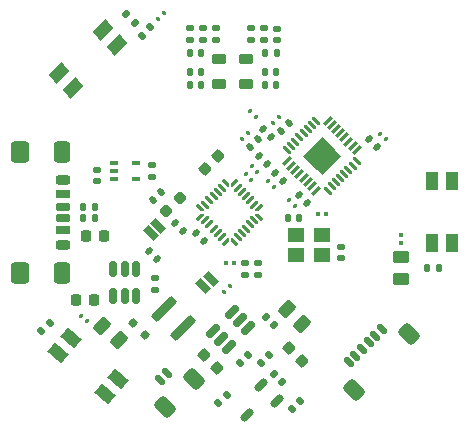
<source format=gbp>
%TF.GenerationSoftware,KiCad,Pcbnew,7.0.10-7.0.10~ubuntu22.04.1*%
%TF.CreationDate,2024-04-10T21:13:45+02:00*%
%TF.ProjectId,STM32_watch_NFC,53544d33-325f-4776-9174-63685f4e4643,rev?*%
%TF.SameCoordinates,Original*%
%TF.FileFunction,Paste,Bot*%
%TF.FilePolarity,Positive*%
%FSLAX46Y46*%
G04 Gerber Fmt 4.6, Leading zero omitted, Abs format (unit mm)*
G04 Created by KiCad (PCBNEW 7.0.10-7.0.10~ubuntu22.04.1) date 2024-04-10 21:13:45*
%MOMM*%
%LPD*%
G01*
G04 APERTURE LIST*
G04 Aperture macros list*
%AMRoundRect*
0 Rectangle with rounded corners*
0 $1 Rounding radius*
0 $2 $3 $4 $5 $6 $7 $8 $9 X,Y pos of 4 corners*
0 Add a 4 corners polygon primitive as box body*
4,1,4,$2,$3,$4,$5,$6,$7,$8,$9,$2,$3,0*
0 Add four circle primitives for the rounded corners*
1,1,$1+$1,$2,$3*
1,1,$1+$1,$4,$5*
1,1,$1+$1,$6,$7*
1,1,$1+$1,$8,$9*
0 Add four rect primitives between the rounded corners*
20,1,$1+$1,$2,$3,$4,$5,0*
20,1,$1+$1,$4,$5,$6,$7,0*
20,1,$1+$1,$6,$7,$8,$9,0*
20,1,$1+$1,$8,$9,$2,$3,0*%
%AMRotRect*
0 Rectangle, with rotation*
0 The origin of the aperture is its center*
0 $1 length*
0 $2 width*
0 $3 Rotation angle, in degrees counterclockwise*
0 Add horizontal line*
21,1,$1,$2,0,0,$3*%
%AMFreePoly0*
4,1,14,0.364320,0.111820,0.377500,0.080000,0.377501,0.053640,0.364318,0.021819,0.230680,-0.111820,0.198860,-0.125000,-0.332500,-0.125000,-0.364320,-0.111820,-0.377500,-0.080000,-0.377500,0.080000,-0.364320,0.111820,-0.332500,0.125000,0.332500,0.125000,0.364320,0.111820,0.364320,0.111820,$1*%
%AMFreePoly1*
4,1,14,0.230680,0.111820,0.364320,-0.021821,0.377500,-0.053642,0.377500,-0.080000,0.364320,-0.111820,0.332500,-0.125000,-0.332500,-0.125000,-0.364320,-0.111820,-0.377500,-0.080000,-0.377500,0.080000,-0.364320,0.111820,-0.332500,0.125000,0.198860,0.125000,0.230680,0.111820,0.230680,0.111820,$1*%
%AMFreePoly2*
4,1,14,0.111820,0.364320,0.125000,0.332500,0.125000,-0.332500,0.111820,-0.364320,0.080000,-0.377500,0.053640,-0.377501,0.021819,-0.364318,-0.111820,-0.230680,-0.125000,-0.198860,-0.125000,0.332500,-0.111820,0.364320,-0.080000,0.377500,0.080000,0.377500,0.111820,0.364320,0.111820,0.364320,$1*%
%AMFreePoly3*
4,1,14,0.111820,0.364320,0.125000,0.332500,0.125001,-0.198860,0.111818,-0.230680,-0.021820,-0.364320,-0.053640,-0.377500,-0.080000,-0.377500,-0.111820,-0.364320,-0.125000,-0.332500,-0.125000,0.332500,-0.111820,0.364320,-0.080000,0.377500,0.080000,0.377500,0.111820,0.364320,0.111820,0.364320,$1*%
%AMFreePoly4*
4,1,15,-0.198858,0.125000,0.332500,0.125000,0.364320,0.111820,0.377500,0.080000,0.377500,-0.080000,0.364320,-0.111820,0.332500,-0.125000,-0.332500,-0.125000,-0.364320,-0.111820,-0.377500,-0.080000,-0.377500,-0.053640,-0.364320,-0.021820,-0.230680,0.111820,-0.198860,0.125001,-0.198858,0.125000,-0.198858,0.125000,$1*%
%AMFreePoly5*
4,1,14,0.364320,0.111820,0.377500,0.080000,0.377500,-0.080000,0.364320,-0.111820,0.332500,-0.125000,-0.198860,-0.125001,-0.230680,-0.111818,-0.364320,0.021820,-0.377500,0.053640,-0.377500,0.080000,-0.364320,0.111820,-0.332500,0.125000,0.332500,0.125000,0.364320,0.111820,0.364320,0.111820,$1*%
%AMFreePoly6*
4,1,14,-0.021820,0.364320,0.111820,0.230679,0.125001,0.198860,0.125000,-0.332500,0.111820,-0.364320,0.080000,-0.377500,-0.080000,-0.377500,-0.111820,-0.364320,-0.125000,-0.332500,-0.125000,0.332500,-0.111820,0.364320,-0.080000,0.377500,-0.053640,0.377500,-0.021820,0.364320,-0.021820,0.364320,$1*%
%AMFreePoly7*
4,1,15,0.053642,0.377500,0.080000,0.377500,0.111820,0.364320,0.125000,0.332500,0.125000,-0.332500,0.111820,-0.364320,0.080000,-0.377500,-0.080000,-0.377500,-0.111820,-0.364320,-0.125000,-0.332500,-0.125000,0.198860,-0.111820,0.230680,0.021820,0.364320,0.053640,0.377501,0.053642,0.377500,0.053642,0.377500,$1*%
G04 Aperture macros list end*
%ADD10C,0.010000*%
%ADD11RoundRect,0.187500X0.618718X0.883883X-0.883883X-0.618718X-0.618718X-0.883883X0.883883X0.618718X0*%
%ADD12RoundRect,0.007800X-0.205061X-0.377878X0.377878X0.205061X0.205061X0.377878X-0.377878X-0.205061X0*%
%ADD13RoundRect,0.026000X0.205061X-0.352139X0.352139X-0.205061X-0.205061X0.352139X-0.352139X0.205061X0*%
%ADD14RoundRect,0.079500X-0.079500X-0.100500X0.079500X-0.100500X0.079500X0.100500X-0.079500X0.100500X0*%
%ADD15RoundRect,0.218750X0.381250X-0.218750X0.381250X0.218750X-0.381250X0.218750X-0.381250X-0.218750X0*%
%ADD16RoundRect,0.135000X0.226274X0.035355X0.035355X0.226274X-0.226274X-0.035355X-0.035355X-0.226274X0*%
%ADD17RoundRect,0.125000X-0.176777X0.353553X-0.353553X0.176777X0.176777X-0.353553X0.353553X-0.176777X0*%
%ADD18RoundRect,0.250000X-0.176777X0.671751X-0.671751X0.176777X0.176777X-0.671751X0.671751X-0.176777X0*%
%ADD19RoundRect,0.140000X0.140000X0.170000X-0.140000X0.170000X-0.140000X-0.170000X0.140000X-0.170000X0*%
%ADD20RoundRect,0.150000X0.150000X-0.512500X0.150000X0.512500X-0.150000X0.512500X-0.150000X-0.512500X0*%
%ADD21RoundRect,0.140000X-0.140000X-0.170000X0.140000X-0.170000X0.140000X0.170000X-0.140000X0.170000X0*%
%ADD22RoundRect,0.140000X-0.170000X0.140000X-0.170000X-0.140000X0.170000X-0.140000X0.170000X0.140000X0*%
%ADD23RoundRect,0.079500X0.127279X0.014849X0.014849X0.127279X-0.127279X-0.014849X-0.014849X-0.127279X0*%
%ADD24RotRect,1.550000X1.000000X44.000000*%
%ADD25RoundRect,0.140000X0.219203X0.021213X0.021213X0.219203X-0.219203X-0.021213X-0.021213X-0.219203X0*%
%ADD26RoundRect,0.135000X-0.226274X-0.035355X-0.035355X-0.226274X0.226274X0.035355X0.035355X0.226274X0*%
%ADD27RoundRect,0.225000X-0.225000X-0.250000X0.225000X-0.250000X0.225000X0.250000X-0.225000X0.250000X0*%
%ADD28RoundRect,0.250000X0.503814X0.132583X0.132583X0.503814X-0.503814X-0.132583X-0.132583X-0.503814X0*%
%ADD29RoundRect,0.225000X-0.335876X-0.017678X-0.017678X-0.335876X0.335876X0.017678X0.017678X0.335876X0*%
%ADD30RoundRect,0.135000X-0.185000X0.135000X-0.185000X-0.135000X0.185000X-0.135000X0.185000X0.135000X0*%
%ADD31RoundRect,0.140000X0.170000X-0.140000X0.170000X0.140000X-0.170000X0.140000X-0.170000X-0.140000X0*%
%ADD32RoundRect,0.225000X-0.017678X0.335876X-0.335876X0.017678X0.017678X-0.335876X0.335876X-0.017678X0*%
%ADD33RoundRect,0.140000X-0.219203X-0.021213X-0.021213X-0.219203X0.219203X0.021213X0.021213X0.219203X0*%
%ADD34FreePoly0,45.000000*%
%ADD35RoundRect,0.062500X-0.220971X-0.309359X0.309359X0.220971X0.220971X0.309359X-0.309359X-0.220971X0*%
%ADD36FreePoly1,45.000000*%
%ADD37FreePoly2,45.000000*%
%ADD38RoundRect,0.062500X0.220971X-0.309359X0.309359X-0.220971X-0.220971X0.309359X-0.309359X0.220971X0*%
%ADD39FreePoly3,45.000000*%
%ADD40FreePoly4,45.000000*%
%ADD41FreePoly5,45.000000*%
%ADD42FreePoly6,45.000000*%
%ADD43FreePoly7,45.000000*%
%ADD44RoundRect,0.218750X-0.381250X0.218750X-0.381250X-0.218750X0.381250X-0.218750X0.381250X0.218750X0*%
%ADD45RoundRect,0.175000X0.425000X-0.175000X0.425000X0.175000X-0.425000X0.175000X-0.425000X-0.175000X0*%
%ADD46RoundRect,0.190000X-0.410000X0.190000X-0.410000X-0.190000X0.410000X-0.190000X0.410000X0.190000X0*%
%ADD47RoundRect,0.200000X-0.400000X0.200000X-0.400000X-0.200000X0.400000X-0.200000X0.400000X0.200000X0*%
%ADD48RoundRect,0.175000X-0.425000X0.175000X-0.425000X-0.175000X0.425000X-0.175000X0.425000X0.175000X0*%
%ADD49RoundRect,0.190000X0.410000X-0.190000X0.410000X0.190000X-0.410000X0.190000X-0.410000X-0.190000X0*%
%ADD50RoundRect,0.200000X0.400000X-0.200000X0.400000X0.200000X-0.400000X0.200000X-0.400000X-0.200000X0*%
%ADD51RoundRect,0.250000X0.500000X-0.650000X0.500000X0.650000X-0.500000X0.650000X-0.500000X-0.650000X0*%
%ADD52RoundRect,0.250000X0.425000X-0.650000X0.425000X0.650000X-0.425000X0.650000X-0.425000X-0.650000X0*%
%ADD53RoundRect,0.140000X-0.021213X0.219203X-0.219203X0.021213X0.021213X-0.219203X0.219203X-0.021213X0*%
%ADD54RoundRect,0.079500X-0.014849X0.127279X-0.127279X0.014849X0.014849X-0.127279X0.127279X-0.014849X0*%
%ADD55RoundRect,0.135000X-0.035355X0.226274X-0.226274X0.035355X0.035355X-0.226274X0.226274X-0.035355X0*%
%ADD56RoundRect,0.135000X0.135000X0.185000X-0.135000X0.185000X-0.135000X-0.185000X0.135000X-0.185000X0*%
%ADD57RoundRect,0.135000X0.035355X-0.226274X0.226274X-0.035355X-0.035355X0.226274X-0.226274X0.035355X0*%
%ADD58RoundRect,0.079500X0.014849X-0.127279X0.127279X-0.014849X-0.014849X0.127279X-0.127279X0.014849X0*%
%ADD59RoundRect,0.250000X-0.450000X0.262500X-0.450000X-0.262500X0.450000X-0.262500X0.450000X0.262500X0*%
%ADD60RotRect,1.550000X1.000000X139.000000*%
%ADD61RoundRect,0.150000X0.256326X0.468458X-0.468458X-0.256326X-0.256326X-0.468458X0.468458X0.256326X0*%
%ADD62RoundRect,0.162500X0.201525X0.431335X-0.431335X-0.201525X-0.201525X-0.431335X0.431335X0.201525X0*%
%ADD63RoundRect,0.225000X0.225000X0.250000X-0.225000X0.250000X-0.225000X-0.250000X0.225000X-0.250000X0*%
%ADD64R,1.400000X1.200000*%
%ADD65RoundRect,0.225000X0.335876X0.017678X0.017678X0.335876X-0.335876X-0.017678X-0.017678X-0.335876X0*%
%ADD66RoundRect,0.079500X-0.125933X-0.023692X-0.005935X-0.128005X0.125933X0.023692X0.005935X0.128005X0*%
%ADD67RoundRect,0.079500X-0.127279X-0.014849X-0.014849X-0.127279X0.127279X0.014849X0.014849X0.127279X0*%
%ADD68RoundRect,0.250000X-0.493338X-0.167404X-0.097115X-0.511835X0.493338X0.167404X0.097115X0.511835X0*%
%ADD69RoundRect,0.135000X-0.135000X-0.185000X0.135000X-0.185000X0.135000X0.185000X-0.135000X0.185000X0*%
%ADD70R,1.000000X1.550000*%
%ADD71RoundRect,0.140000X0.021213X-0.219203X0.219203X-0.021213X-0.021213X0.219203X-0.219203X0.021213X0*%
%ADD72RoundRect,0.100000X-0.225000X-0.100000X0.225000X-0.100000X0.225000X0.100000X-0.225000X0.100000X0*%
%ADD73RotRect,1.200000X0.600000X135.000000*%
%ADD74RoundRect,0.150000X0.247487X0.035355X0.035355X0.247487X-0.247487X-0.035355X-0.035355X-0.247487X0*%
%ADD75RoundRect,0.218750X0.026517X-0.335876X0.335876X-0.026517X-0.026517X0.335876X-0.335876X0.026517X0*%
%ADD76RoundRect,0.079500X-0.100500X0.079500X-0.100500X-0.079500X0.100500X-0.079500X0.100500X0.079500X0*%
G04 APERTURE END LIST*
%TO.C,U3*%
D10*
X157869777Y-100200000D02*
X156300000Y-101769777D01*
X154730223Y-100200000D01*
X156300000Y-98630223D01*
X157869777Y-100200000D01*
G36*
X157869777Y-100200000D02*
G01*
X156300000Y-101769777D01*
X154730223Y-100200000D01*
X156300000Y-98630223D01*
X157869777Y-100200000D01*
G37*
%TD*%
D11*
%TO.C,L1*%
X144520495Y-114795495D03*
X142929505Y-113204505D03*
%TD*%
D12*
%TO.C,U3*%
X155815632Y-103159242D03*
X155462078Y-102805688D03*
X155108525Y-102452135D03*
X154754972Y-102098582D03*
X154401418Y-101745028D03*
X154047865Y-101391475D03*
X153694312Y-101037922D03*
X153340758Y-100684368D03*
D13*
X153340758Y-99715632D03*
X153694312Y-99362078D03*
X154047865Y-99008525D03*
X154401418Y-98654972D03*
X154754972Y-98301418D03*
X155108525Y-97947865D03*
X155462078Y-97594312D03*
X155815632Y-97240758D03*
D12*
X156784368Y-97240758D03*
X157137922Y-97594312D03*
X157491475Y-97947865D03*
X157845028Y-98301418D03*
X158198582Y-98654972D03*
X158552135Y-99008525D03*
X158905688Y-99362078D03*
X159259242Y-99715632D03*
D13*
X159259242Y-100684368D03*
X158905688Y-101037922D03*
X158552135Y-101391475D03*
X158198582Y-101745028D03*
X157845028Y-102098582D03*
X157491475Y-102452135D03*
X157137922Y-102805688D03*
X156784368Y-103159242D03*
%TD*%
D14*
%TO.C,C31*%
X155955000Y-105100000D03*
X156645000Y-105100000D03*
%TD*%
D15*
%TO.C,L2*%
X149900000Y-94125000D03*
X149900000Y-92000000D03*
%TD*%
D16*
%TO.C,R9*%
X152260624Y-114560624D03*
X151539376Y-113839376D03*
%TD*%
D17*
%TO.C,Li-po1*%
X143169670Y-118603984D03*
X142603984Y-119169670D03*
D18*
X145467767Y-119063604D03*
X143063604Y-121467767D03*
%TD*%
D19*
%TO.C,C54*%
X152460000Y-93100000D03*
X151500000Y-93100000D03*
%TD*%
D20*
%TO.C,ME4055A1*%
X140550000Y-112037500D03*
X139600000Y-112037500D03*
X138650000Y-112037500D03*
X138650000Y-109762500D03*
X139600000Y-109762500D03*
X140550000Y-109762500D03*
%TD*%
D21*
%TO.C,C49*%
X153420000Y-105500000D03*
X154380000Y-105500000D03*
%TD*%
D22*
%TO.C,C10*%
X137300000Y-101400000D03*
X137300000Y-102360000D03*
%TD*%
D23*
%TO.C,C1*%
X150343952Y-102243952D03*
X149856048Y-101756048D03*
%TD*%
D24*
%TO.C,SW3*%
X137797807Y-89565083D03*
X134021273Y-93212039D03*
X138978727Y-90787961D03*
X135202193Y-94434917D03*
%TD*%
D25*
%TO.C,C37*%
X153039411Y-102339411D03*
X152360589Y-101660589D03*
%TD*%
D14*
%TO.C,C2*%
X148155000Y-109250000D03*
X148845000Y-109250000D03*
%TD*%
D25*
%TO.C,C35*%
X155078822Y-104178822D03*
X154400000Y-103500000D03*
%TD*%
D26*
%TO.C,R11*%
X139739376Y-88239376D03*
X140460624Y-88960624D03*
%TD*%
D27*
%TO.C,C24*%
X136325000Y-107000000D03*
X137875000Y-107000000D03*
%TD*%
D25*
%TO.C,C8*%
X142339411Y-108939411D03*
X141660589Y-108260589D03*
%TD*%
D28*
%TO.C,R8*%
X154645235Y-114445235D03*
X153354765Y-113154765D03*
%TD*%
D29*
%TO.C,C26*%
X146351992Y-117051992D03*
X147448008Y-118148008D03*
%TD*%
D30*
%TO.C,R3*%
X150900000Y-109290000D03*
X150900000Y-110310000D03*
%TD*%
D31*
%TO.C,C51*%
X147300000Y-90380000D03*
X147300000Y-89420000D03*
%TD*%
D32*
%TO.C,C4*%
X147548008Y-100251992D03*
X146451992Y-101348008D03*
%TD*%
D33*
%TO.C,C45*%
X150960589Y-100260589D03*
X151639411Y-100939411D03*
%TD*%
D34*
%TO.C,U1*%
X148148214Y-107473106D03*
D35*
X147837087Y-107077126D03*
X147483534Y-106723573D03*
X147129981Y-106370019D03*
X146776427Y-106016466D03*
X146422874Y-105662913D03*
D36*
X146026894Y-105351786D03*
D37*
X146026894Y-104648214D03*
D38*
X146422874Y-104337087D03*
X146776427Y-103983534D03*
X147129981Y-103629981D03*
X147483534Y-103276427D03*
X147837087Y-102922874D03*
D39*
X148148214Y-102526894D03*
D40*
X148851786Y-102526894D03*
D35*
X149162913Y-102922874D03*
X149516466Y-103276427D03*
X149870019Y-103629981D03*
X150223573Y-103983534D03*
X150577126Y-104337087D03*
D41*
X150973106Y-104648214D03*
D42*
X150973106Y-105351786D03*
D38*
X150577126Y-105662913D03*
X150223573Y-106016466D03*
X149870019Y-106370019D03*
X149516466Y-106723573D03*
X149162913Y-107077126D03*
D43*
X148851786Y-107473106D03*
%TD*%
D44*
%TO.C,L3*%
X147600000Y-91975000D03*
X147600000Y-94100000D03*
%TD*%
D45*
%TO.C,J2*%
X134385000Y-105500000D03*
D46*
X134385000Y-103480000D03*
D47*
X134385000Y-102250000D03*
D48*
X134385000Y-104500000D03*
D49*
X134385000Y-106520000D03*
D50*
X134385000Y-107750000D03*
D51*
X130750000Y-110125000D03*
D52*
X134330000Y-110125000D03*
D51*
X130750000Y-99875000D03*
D52*
X134330000Y-99875000D03*
%TD*%
D21*
%TO.C,C57*%
X145120000Y-91500000D03*
X146080000Y-91500000D03*
%TD*%
%TO.C,C52*%
X151500000Y-94200000D03*
X152460000Y-94200000D03*
%TD*%
D53*
%TO.C,C39*%
X153500000Y-97400000D03*
X152821178Y-98078822D03*
%TD*%
D54*
%TO.C,C28*%
X142943952Y-88156048D03*
X142456048Y-88643952D03*
%TD*%
D16*
%TO.C,R1*%
X152960624Y-119360624D03*
X152239376Y-118639376D03*
%TD*%
D54*
%TO.C,C7*%
X148543952Y-111256048D03*
X148056048Y-111743952D03*
%TD*%
D31*
%TO.C,C58*%
X145100000Y-90380000D03*
X145100000Y-89420000D03*
%TD*%
D23*
%TO.C,C42*%
X150743952Y-96943952D03*
X150256048Y-96456048D03*
%TD*%
D22*
%TO.C,C48*%
X157900000Y-107920000D03*
X157900000Y-108880000D03*
%TD*%
D55*
%TO.C,R10*%
X141760624Y-89339376D03*
X141039376Y-90060624D03*
%TD*%
D56*
%TO.C,R15*%
X166210000Y-109700000D03*
X165190000Y-109700000D03*
%TD*%
D23*
%TO.C,C44*%
X150843952Y-101543952D03*
X150356048Y-101056048D03*
%TD*%
D57*
%TO.C,R13*%
X132539376Y-115060624D03*
X133260624Y-114339376D03*
%TD*%
D25*
%TO.C,C46*%
X161000000Y-99500000D03*
X160321178Y-98821178D03*
%TD*%
D33*
%TO.C,C43*%
X151360589Y-97960589D03*
X152039411Y-98639411D03*
%TD*%
D25*
%TO.C,C9*%
X144539411Y-106539411D03*
X143860589Y-105860589D03*
%TD*%
D31*
%TO.C,C60*%
X151400000Y-90380000D03*
X151400000Y-89420000D03*
%TD*%
D17*
%TO.C,J1*%
X161401041Y-114872614D03*
X160835355Y-115438299D03*
X160269670Y-116003984D03*
X159703984Y-116569670D03*
X159138299Y-117135355D03*
X158572614Y-117701041D03*
D18*
X163699138Y-115332233D03*
X159032233Y-119999138D03*
%TD*%
D58*
%TO.C,C38*%
X152156048Y-97443952D03*
X152643952Y-96956048D03*
%TD*%
D59*
%TO.C,R14*%
X163000000Y-108787500D03*
X163000000Y-110612500D03*
%TD*%
D22*
%TO.C,C6*%
X149800000Y-109320000D03*
X149800000Y-110280000D03*
%TD*%
D60*
%TO.C,SW1*%
X133961237Y-116919348D03*
X137923462Y-120363658D03*
X135076538Y-115636342D03*
X139038763Y-119080652D03*
%TD*%
D61*
%TO.C,U4*%
X148732583Y-113423915D03*
X149404334Y-114095666D03*
X150076085Y-114767417D03*
X148467417Y-116376085D03*
X147795666Y-115704334D03*
X147123915Y-115032583D03*
%TD*%
D57*
%TO.C,R17*%
X151139376Y-117760624D03*
X151860624Y-117039376D03*
%TD*%
D62*
%TO.C,Q1*%
X151154558Y-119601939D03*
X152498061Y-120945442D03*
X149973690Y-122126310D03*
%TD*%
D22*
%TO.C,C11*%
X141900000Y-101000000D03*
X141900000Y-101960000D03*
%TD*%
D19*
%TO.C,C55*%
X146100000Y-94200000D03*
X145140000Y-94200000D03*
%TD*%
D63*
%TO.C,C25*%
X137000000Y-112450000D03*
X135450000Y-112450000D03*
%TD*%
D64*
%TO.C,Y1*%
X156300000Y-108600000D03*
X154100000Y-108600000D03*
X154100000Y-106900000D03*
X156300000Y-106900000D03*
%TD*%
D54*
%TO.C,C40*%
X150043952Y-98256048D03*
X149556048Y-98743952D03*
%TD*%
D65*
%TO.C,C27*%
X154648008Y-117548008D03*
X153551992Y-116451992D03*
%TD*%
D66*
%TO.C,C29*%
X135894625Y-113773660D03*
X136415375Y-114226340D03*
%TD*%
D67*
%TO.C,C47*%
X161256048Y-98336048D03*
X161743952Y-98823952D03*
%TD*%
D22*
%TO.C,C59*%
X152500000Y-89440000D03*
X152500000Y-90400000D03*
%TD*%
D53*
%TO.C,C5*%
X142719411Y-103260589D03*
X142040589Y-103939411D03*
%TD*%
D67*
%TO.C,C34*%
X153556048Y-103956048D03*
X154043952Y-104443952D03*
%TD*%
%TO.C,C36*%
X151756048Y-102356048D03*
X152243952Y-102843952D03*
%TD*%
D31*
%TO.C,C56*%
X146200000Y-90380000D03*
X146200000Y-89420000D03*
%TD*%
D57*
%TO.C,R6*%
X147539376Y-121160624D03*
X148260624Y-120439376D03*
%TD*%
D68*
%TO.C,R12*%
X137711328Y-114601346D03*
X139088672Y-115798654D03*
%TD*%
D56*
%TO.C,R5*%
X137110000Y-104500000D03*
X136090000Y-104500000D03*
%TD*%
D33*
%TO.C,C3*%
X145660589Y-106760589D03*
X146339411Y-107439411D03*
%TD*%
D69*
%TO.C,R4*%
X136090000Y-105500000D03*
X137110000Y-105500000D03*
%TD*%
D55*
%TO.C,R2*%
X154460624Y-120939376D03*
X153739376Y-121660624D03*
%TD*%
D70*
%TO.C,SW2*%
X167350000Y-107625000D03*
X167350000Y-102375000D03*
X165650000Y-107625000D03*
X165650000Y-102375000D03*
%TD*%
D19*
%TO.C,C61*%
X152480000Y-91500000D03*
X151520000Y-91500000D03*
%TD*%
D31*
%TO.C,C50*%
X150300000Y-90380000D03*
X150300000Y-89420000D03*
%TD*%
D71*
%TO.C,C41*%
X150221178Y-99478822D03*
X150900000Y-98800000D03*
%TD*%
D72*
%TO.C,U2*%
X138710000Y-102130000D03*
X138710000Y-101480000D03*
X138710000Y-100830000D03*
X140610000Y-100830000D03*
X140610000Y-102130000D03*
%TD*%
D30*
%TO.C,R7*%
X142200000Y-110590000D03*
X142200000Y-111610000D03*
%TD*%
D73*
%TO.C,Y2*%
X146263604Y-111236396D03*
X141808832Y-106781624D03*
X142445228Y-106145228D03*
X146900000Y-110600000D03*
%TD*%
D74*
%TO.C,D13*%
X140305025Y-114405025D03*
X141294975Y-115394975D03*
%TD*%
D75*
%TO.C,FB1*%
X143143153Y-104856847D03*
X144256847Y-103743153D03*
%TD*%
D21*
%TO.C,C53*%
X145120000Y-93100000D03*
X146080000Y-93100000D03*
%TD*%
D76*
%TO.C,C30*%
X163000000Y-106900000D03*
X163000000Y-107590000D03*
%TD*%
D57*
%TO.C,R16*%
X149339376Y-117760624D03*
X150060624Y-117039376D03*
%TD*%
M02*

</source>
